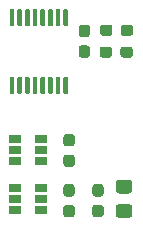
<source format=gtp>
%TF.GenerationSoftware,KiCad,Pcbnew,(5.1.6-0)*%
%TF.CreationDate,2022-11-03T10:15:40+01:00*%
%TF.ProjectId,Monitorswitch,4d6f6e69-746f-4727-9377-697463682e6b,rev?*%
%TF.SameCoordinates,Original*%
%TF.FileFunction,Paste,Top*%
%TF.FilePolarity,Positive*%
%FSLAX46Y46*%
G04 Gerber Fmt 4.6, Leading zero omitted, Abs format (unit mm)*
G04 Created by KiCad (PCBNEW (5.1.6-0)) date 2022-11-03 10:15:40*
%MOMM*%
%LPD*%
G01*
G04 APERTURE LIST*
%ADD10R,1.060000X0.650000*%
G04 APERTURE END LIST*
D10*
%TO.C,U3*%
X129174600Y-107223600D03*
X129174600Y-106273600D03*
X129174600Y-108173600D03*
X126974600Y-108173600D03*
X126974600Y-107223600D03*
X126974600Y-106273600D03*
%TD*%
%TO.C,U2*%
X129184400Y-111389200D03*
X129184400Y-110439200D03*
X129184400Y-112339200D03*
X126984400Y-112339200D03*
X126984400Y-111389200D03*
X126984400Y-110439200D03*
%TD*%
%TO.C,R1*%
G36*
G01*
X134237500Y-111175000D02*
X133762500Y-111175000D01*
G75*
G02*
X133525000Y-110937500I0J237500D01*
G01*
X133525000Y-110362500D01*
G75*
G02*
X133762500Y-110125000I237500J0D01*
G01*
X134237500Y-110125000D01*
G75*
G02*
X134475000Y-110362500I0J-237500D01*
G01*
X134475000Y-110937500D01*
G75*
G02*
X134237500Y-111175000I-237500J0D01*
G01*
G37*
G36*
G01*
X134237500Y-112925000D02*
X133762500Y-112925000D01*
G75*
G02*
X133525000Y-112687500I0J237500D01*
G01*
X133525000Y-112112500D01*
G75*
G02*
X133762500Y-111875000I237500J0D01*
G01*
X134237500Y-111875000D01*
G75*
G02*
X134475000Y-112112500I0J-237500D01*
G01*
X134475000Y-112687500D01*
G75*
G02*
X134237500Y-112925000I-237500J0D01*
G01*
G37*
%TD*%
%TO.C,FB2*%
G36*
G01*
X135925000Y-97337500D02*
X135925000Y-96862500D01*
G75*
G02*
X136162500Y-96625000I237500J0D01*
G01*
X136737500Y-96625000D01*
G75*
G02*
X136975000Y-96862500I0J-237500D01*
G01*
X136975000Y-97337500D01*
G75*
G02*
X136737500Y-97575000I-237500J0D01*
G01*
X136162500Y-97575000D01*
G75*
G02*
X135925000Y-97337500I0J237500D01*
G01*
G37*
G36*
G01*
X134175000Y-97337500D02*
X134175000Y-96862500D01*
G75*
G02*
X134412500Y-96625000I237500J0D01*
G01*
X134987500Y-96625000D01*
G75*
G02*
X135225000Y-96862500I0J-237500D01*
G01*
X135225000Y-97337500D01*
G75*
G02*
X134987500Y-97575000I-237500J0D01*
G01*
X134412500Y-97575000D01*
G75*
G02*
X134175000Y-97337500I0J237500D01*
G01*
G37*
%TD*%
%TO.C,FB1*%
G36*
G01*
X135900000Y-99187500D02*
X135900000Y-98712500D01*
G75*
G02*
X136137500Y-98475000I237500J0D01*
G01*
X136712500Y-98475000D01*
G75*
G02*
X136950000Y-98712500I0J-237500D01*
G01*
X136950000Y-99187500D01*
G75*
G02*
X136712500Y-99425000I-237500J0D01*
G01*
X136137500Y-99425000D01*
G75*
G02*
X135900000Y-99187500I0J237500D01*
G01*
G37*
G36*
G01*
X134150000Y-99187500D02*
X134150000Y-98712500D01*
G75*
G02*
X134387500Y-98475000I237500J0D01*
G01*
X134962500Y-98475000D01*
G75*
G02*
X135200000Y-98712500I0J-237500D01*
G01*
X135200000Y-99187500D01*
G75*
G02*
X134962500Y-99425000I-237500J0D01*
G01*
X134387500Y-99425000D01*
G75*
G02*
X134150000Y-99187500I0J237500D01*
G01*
G37*
%TD*%
%TO.C,C4*%
G36*
G01*
X136657501Y-110920000D02*
X135757499Y-110920000D01*
G75*
G02*
X135507500Y-110670001I0J249999D01*
G01*
X135507500Y-110019999D01*
G75*
G02*
X135757499Y-109770000I249999J0D01*
G01*
X136657501Y-109770000D01*
G75*
G02*
X136907500Y-110019999I0J-249999D01*
G01*
X136907500Y-110670001D01*
G75*
G02*
X136657501Y-110920000I-249999J0D01*
G01*
G37*
G36*
G01*
X136657501Y-112970000D02*
X135757499Y-112970000D01*
G75*
G02*
X135507500Y-112720001I0J249999D01*
G01*
X135507500Y-112069999D01*
G75*
G02*
X135757499Y-111820000I249999J0D01*
G01*
X136657501Y-111820000D01*
G75*
G02*
X136907500Y-112069999I0J-249999D01*
G01*
X136907500Y-112720001D01*
G75*
G02*
X136657501Y-112970000I-249999J0D01*
G01*
G37*
%TD*%
%TO.C,C3*%
G36*
G01*
X131787500Y-106925000D02*
X131312500Y-106925000D01*
G75*
G02*
X131075000Y-106687500I0J237500D01*
G01*
X131075000Y-106112500D01*
G75*
G02*
X131312500Y-105875000I237500J0D01*
G01*
X131787500Y-105875000D01*
G75*
G02*
X132025000Y-106112500I0J-237500D01*
G01*
X132025000Y-106687500D01*
G75*
G02*
X131787500Y-106925000I-237500J0D01*
G01*
G37*
G36*
G01*
X131787500Y-108675000D02*
X131312500Y-108675000D01*
G75*
G02*
X131075000Y-108437500I0J237500D01*
G01*
X131075000Y-107862500D01*
G75*
G02*
X131312500Y-107625000I237500J0D01*
G01*
X131787500Y-107625000D01*
G75*
G02*
X132025000Y-107862500I0J-237500D01*
G01*
X132025000Y-108437500D01*
G75*
G02*
X131787500Y-108675000I-237500J0D01*
G01*
G37*
%TD*%
%TO.C,C2*%
G36*
G01*
X131787500Y-111175000D02*
X131312500Y-111175000D01*
G75*
G02*
X131075000Y-110937500I0J237500D01*
G01*
X131075000Y-110362500D01*
G75*
G02*
X131312500Y-110125000I237500J0D01*
G01*
X131787500Y-110125000D01*
G75*
G02*
X132025000Y-110362500I0J-237500D01*
G01*
X132025000Y-110937500D01*
G75*
G02*
X131787500Y-111175000I-237500J0D01*
G01*
G37*
G36*
G01*
X131787500Y-112925000D02*
X131312500Y-112925000D01*
G75*
G02*
X131075000Y-112687500I0J237500D01*
G01*
X131075000Y-112112500D01*
G75*
G02*
X131312500Y-111875000I237500J0D01*
G01*
X131787500Y-111875000D01*
G75*
G02*
X132025000Y-112112500I0J-237500D01*
G01*
X132025000Y-112687500D01*
G75*
G02*
X131787500Y-112925000I-237500J0D01*
G01*
G37*
%TD*%
%TO.C,C1*%
G36*
G01*
X133087500Y-97675000D02*
X132612500Y-97675000D01*
G75*
G02*
X132375000Y-97437500I0J237500D01*
G01*
X132375000Y-96862500D01*
G75*
G02*
X132612500Y-96625000I237500J0D01*
G01*
X133087500Y-96625000D01*
G75*
G02*
X133325000Y-96862500I0J-237500D01*
G01*
X133325000Y-97437500D01*
G75*
G02*
X133087500Y-97675000I-237500J0D01*
G01*
G37*
G36*
G01*
X133087500Y-99425000D02*
X132612500Y-99425000D01*
G75*
G02*
X132375000Y-99187500I0J237500D01*
G01*
X132375000Y-98612500D01*
G75*
G02*
X132612500Y-98375000I237500J0D01*
G01*
X133087500Y-98375000D01*
G75*
G02*
X133325000Y-98612500I0J-237500D01*
G01*
X133325000Y-99187500D01*
G75*
G02*
X133087500Y-99425000I-237500J0D01*
G01*
G37*
%TD*%
%TO.C,U1*%
G36*
G01*
X126825000Y-96775000D02*
X126625000Y-96775000D01*
G75*
G02*
X126525000Y-96675000I0J100000D01*
G01*
X126525000Y-95400000D01*
G75*
G02*
X126625000Y-95300000I100000J0D01*
G01*
X126825000Y-95300000D01*
G75*
G02*
X126925000Y-95400000I0J-100000D01*
G01*
X126925000Y-96675000D01*
G75*
G02*
X126825000Y-96775000I-100000J0D01*
G01*
G37*
G36*
G01*
X127475000Y-96775000D02*
X127275000Y-96775000D01*
G75*
G02*
X127175000Y-96675000I0J100000D01*
G01*
X127175000Y-95400000D01*
G75*
G02*
X127275000Y-95300000I100000J0D01*
G01*
X127475000Y-95300000D01*
G75*
G02*
X127575000Y-95400000I0J-100000D01*
G01*
X127575000Y-96675000D01*
G75*
G02*
X127475000Y-96775000I-100000J0D01*
G01*
G37*
G36*
G01*
X128125000Y-96775000D02*
X127925000Y-96775000D01*
G75*
G02*
X127825000Y-96675000I0J100000D01*
G01*
X127825000Y-95400000D01*
G75*
G02*
X127925000Y-95300000I100000J0D01*
G01*
X128125000Y-95300000D01*
G75*
G02*
X128225000Y-95400000I0J-100000D01*
G01*
X128225000Y-96675000D01*
G75*
G02*
X128125000Y-96775000I-100000J0D01*
G01*
G37*
G36*
G01*
X128775000Y-96775000D02*
X128575000Y-96775000D01*
G75*
G02*
X128475000Y-96675000I0J100000D01*
G01*
X128475000Y-95400000D01*
G75*
G02*
X128575000Y-95300000I100000J0D01*
G01*
X128775000Y-95300000D01*
G75*
G02*
X128875000Y-95400000I0J-100000D01*
G01*
X128875000Y-96675000D01*
G75*
G02*
X128775000Y-96775000I-100000J0D01*
G01*
G37*
G36*
G01*
X129425000Y-96775000D02*
X129225000Y-96775000D01*
G75*
G02*
X129125000Y-96675000I0J100000D01*
G01*
X129125000Y-95400000D01*
G75*
G02*
X129225000Y-95300000I100000J0D01*
G01*
X129425000Y-95300000D01*
G75*
G02*
X129525000Y-95400000I0J-100000D01*
G01*
X129525000Y-96675000D01*
G75*
G02*
X129425000Y-96775000I-100000J0D01*
G01*
G37*
G36*
G01*
X130075000Y-96775000D02*
X129875000Y-96775000D01*
G75*
G02*
X129775000Y-96675000I0J100000D01*
G01*
X129775000Y-95400000D01*
G75*
G02*
X129875000Y-95300000I100000J0D01*
G01*
X130075000Y-95300000D01*
G75*
G02*
X130175000Y-95400000I0J-100000D01*
G01*
X130175000Y-96675000D01*
G75*
G02*
X130075000Y-96775000I-100000J0D01*
G01*
G37*
G36*
G01*
X130725000Y-96775000D02*
X130525000Y-96775000D01*
G75*
G02*
X130425000Y-96675000I0J100000D01*
G01*
X130425000Y-95400000D01*
G75*
G02*
X130525000Y-95300000I100000J0D01*
G01*
X130725000Y-95300000D01*
G75*
G02*
X130825000Y-95400000I0J-100000D01*
G01*
X130825000Y-96675000D01*
G75*
G02*
X130725000Y-96775000I-100000J0D01*
G01*
G37*
G36*
G01*
X131375000Y-96775000D02*
X131175000Y-96775000D01*
G75*
G02*
X131075000Y-96675000I0J100000D01*
G01*
X131075000Y-95400000D01*
G75*
G02*
X131175000Y-95300000I100000J0D01*
G01*
X131375000Y-95300000D01*
G75*
G02*
X131475000Y-95400000I0J-100000D01*
G01*
X131475000Y-96675000D01*
G75*
G02*
X131375000Y-96775000I-100000J0D01*
G01*
G37*
G36*
G01*
X131375000Y-102500000D02*
X131175000Y-102500000D01*
G75*
G02*
X131075000Y-102400000I0J100000D01*
G01*
X131075000Y-101125000D01*
G75*
G02*
X131175000Y-101025000I100000J0D01*
G01*
X131375000Y-101025000D01*
G75*
G02*
X131475000Y-101125000I0J-100000D01*
G01*
X131475000Y-102400000D01*
G75*
G02*
X131375000Y-102500000I-100000J0D01*
G01*
G37*
G36*
G01*
X130725000Y-102500000D02*
X130525000Y-102500000D01*
G75*
G02*
X130425000Y-102400000I0J100000D01*
G01*
X130425000Y-101125000D01*
G75*
G02*
X130525000Y-101025000I100000J0D01*
G01*
X130725000Y-101025000D01*
G75*
G02*
X130825000Y-101125000I0J-100000D01*
G01*
X130825000Y-102400000D01*
G75*
G02*
X130725000Y-102500000I-100000J0D01*
G01*
G37*
G36*
G01*
X130075000Y-102500000D02*
X129875000Y-102500000D01*
G75*
G02*
X129775000Y-102400000I0J100000D01*
G01*
X129775000Y-101125000D01*
G75*
G02*
X129875000Y-101025000I100000J0D01*
G01*
X130075000Y-101025000D01*
G75*
G02*
X130175000Y-101125000I0J-100000D01*
G01*
X130175000Y-102400000D01*
G75*
G02*
X130075000Y-102500000I-100000J0D01*
G01*
G37*
G36*
G01*
X129425000Y-102500000D02*
X129225000Y-102500000D01*
G75*
G02*
X129125000Y-102400000I0J100000D01*
G01*
X129125000Y-101125000D01*
G75*
G02*
X129225000Y-101025000I100000J0D01*
G01*
X129425000Y-101025000D01*
G75*
G02*
X129525000Y-101125000I0J-100000D01*
G01*
X129525000Y-102400000D01*
G75*
G02*
X129425000Y-102500000I-100000J0D01*
G01*
G37*
G36*
G01*
X128775000Y-102500000D02*
X128575000Y-102500000D01*
G75*
G02*
X128475000Y-102400000I0J100000D01*
G01*
X128475000Y-101125000D01*
G75*
G02*
X128575000Y-101025000I100000J0D01*
G01*
X128775000Y-101025000D01*
G75*
G02*
X128875000Y-101125000I0J-100000D01*
G01*
X128875000Y-102400000D01*
G75*
G02*
X128775000Y-102500000I-100000J0D01*
G01*
G37*
G36*
G01*
X128125000Y-102500000D02*
X127925000Y-102500000D01*
G75*
G02*
X127825000Y-102400000I0J100000D01*
G01*
X127825000Y-101125000D01*
G75*
G02*
X127925000Y-101025000I100000J0D01*
G01*
X128125000Y-101025000D01*
G75*
G02*
X128225000Y-101125000I0J-100000D01*
G01*
X128225000Y-102400000D01*
G75*
G02*
X128125000Y-102500000I-100000J0D01*
G01*
G37*
G36*
G01*
X127475000Y-102500000D02*
X127275000Y-102500000D01*
G75*
G02*
X127175000Y-102400000I0J100000D01*
G01*
X127175000Y-101125000D01*
G75*
G02*
X127275000Y-101025000I100000J0D01*
G01*
X127475000Y-101025000D01*
G75*
G02*
X127575000Y-101125000I0J-100000D01*
G01*
X127575000Y-102400000D01*
G75*
G02*
X127475000Y-102500000I-100000J0D01*
G01*
G37*
G36*
G01*
X126825000Y-102500000D02*
X126625000Y-102500000D01*
G75*
G02*
X126525000Y-102400000I0J100000D01*
G01*
X126525000Y-101125000D01*
G75*
G02*
X126625000Y-101025000I100000J0D01*
G01*
X126825000Y-101025000D01*
G75*
G02*
X126925000Y-101125000I0J-100000D01*
G01*
X126925000Y-102400000D01*
G75*
G02*
X126825000Y-102500000I-100000J0D01*
G01*
G37*
%TD*%
M02*

</source>
